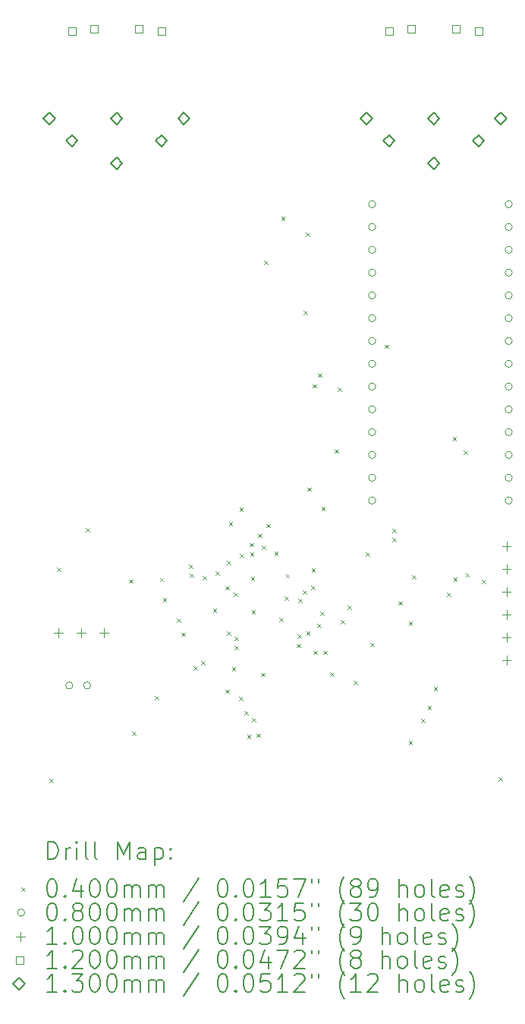
<source format=gbr>
%FSLAX45Y45*%
G04 Gerber Fmt 4.5, Leading zero omitted, Abs format (unit mm)*
G04 Created by KiCad (PCBNEW 6.0.2+dfsg-1) date 2025-05-07 10:44:56*
%MOMM*%
%LPD*%
G01*
G04 APERTURE LIST*
%ADD10C,0.200000*%
%ADD11C,0.040000*%
%ADD12C,0.080000*%
%ADD13C,0.100000*%
%ADD14C,0.120000*%
%ADD15C,0.130000*%
G04 APERTURE END LIST*
D10*
D11*
X12299760Y-13687670D02*
X12339760Y-13727670D01*
X12339760Y-13687670D02*
X12299760Y-13727670D01*
X12380680Y-11336530D02*
X12420680Y-11376530D01*
X12420680Y-11336530D02*
X12380680Y-11376530D01*
X12707400Y-10895490D02*
X12747400Y-10935490D01*
X12747400Y-10895490D02*
X12707400Y-10935490D01*
X13188330Y-11467100D02*
X13228330Y-11507100D01*
X13228330Y-11467100D02*
X13188330Y-11507100D01*
X13223490Y-13161400D02*
X13263490Y-13201400D01*
X13263490Y-13161400D02*
X13223490Y-13201400D01*
X13477040Y-12768120D02*
X13517040Y-12808120D01*
X13517040Y-12768120D02*
X13477040Y-12808120D01*
X13530210Y-11450090D02*
X13570210Y-11490090D01*
X13570210Y-11450090D02*
X13530210Y-11490090D01*
X13563780Y-11674360D02*
X13603780Y-11714360D01*
X13603780Y-11674360D02*
X13563780Y-11714360D01*
X13722890Y-11901140D02*
X13762890Y-11941140D01*
X13762890Y-11901140D02*
X13722890Y-11941140D01*
X13774460Y-12059980D02*
X13814460Y-12099980D01*
X13814460Y-12059980D02*
X13774460Y-12099980D01*
X13857770Y-11301950D02*
X13897770Y-11341950D01*
X13897770Y-11301950D02*
X13857770Y-11341950D01*
X13864160Y-11402150D02*
X13904160Y-11442150D01*
X13904160Y-11402150D02*
X13864160Y-11442150D01*
X13906850Y-12439190D02*
X13946850Y-12479190D01*
X13946850Y-12439190D02*
X13906850Y-12479190D01*
X13991690Y-12378730D02*
X14031690Y-12418730D01*
X14031690Y-12378730D02*
X13991690Y-12418730D01*
X14009550Y-11425720D02*
X14049550Y-11465720D01*
X14049550Y-11425720D02*
X14009550Y-11465720D01*
X14123890Y-11795200D02*
X14163890Y-11835200D01*
X14163890Y-11795200D02*
X14123890Y-11835200D01*
X14154940Y-11380470D02*
X14194940Y-11420470D01*
X14194940Y-11380470D02*
X14154940Y-11420470D01*
X14262400Y-11542530D02*
X14302400Y-11582530D01*
X14302400Y-11542530D02*
X14262400Y-11582530D01*
X14262550Y-12693730D02*
X14302550Y-12733730D01*
X14302550Y-12693730D02*
X14262550Y-12733730D01*
X14278520Y-11256540D02*
X14318520Y-11296540D01*
X14318520Y-11256540D02*
X14278520Y-11296540D01*
X14278850Y-12044540D02*
X14318850Y-12084540D01*
X14318850Y-12044540D02*
X14278850Y-12084540D01*
X14301070Y-10827660D02*
X14341070Y-10867660D01*
X14341070Y-10827660D02*
X14301070Y-10867660D01*
X14334260Y-12445150D02*
X14374260Y-12485150D01*
X14374260Y-12445150D02*
X14334260Y-12485150D01*
X14353700Y-11615490D02*
X14393700Y-11655490D01*
X14393700Y-11615490D02*
X14353700Y-11655490D01*
X14362000Y-12208660D02*
X14402000Y-12248660D01*
X14402000Y-12208660D02*
X14362000Y-12248660D01*
X14363490Y-12103310D02*
X14403490Y-12143310D01*
X14403490Y-12103310D02*
X14363490Y-12143310D01*
X14417120Y-12774990D02*
X14457120Y-12814990D01*
X14457120Y-12774990D02*
X14417120Y-12814990D01*
X14418830Y-10665110D02*
X14458830Y-10705110D01*
X14458830Y-10665110D02*
X14418830Y-10705110D01*
X14421180Y-11185290D02*
X14461180Y-11225290D01*
X14461180Y-11185290D02*
X14421180Y-11225290D01*
X14472620Y-12936070D02*
X14512620Y-12976070D01*
X14512620Y-12936070D02*
X14472620Y-12976070D01*
X14503930Y-13195250D02*
X14543930Y-13235250D01*
X14543930Y-13195250D02*
X14503930Y-13235250D01*
X14535400Y-11059690D02*
X14575400Y-11099690D01*
X14575400Y-11059690D02*
X14535400Y-11099690D01*
X14537450Y-11164480D02*
X14577450Y-11204480D01*
X14577450Y-11164480D02*
X14537450Y-11204480D01*
X14546110Y-11435770D02*
X14586110Y-11475770D01*
X14586110Y-11435770D02*
X14546110Y-11475770D01*
X14555020Y-11807200D02*
X14595020Y-11847200D01*
X14595020Y-11807200D02*
X14555020Y-11847200D01*
X14560590Y-13013390D02*
X14600590Y-13053390D01*
X14600590Y-13013390D02*
X14560590Y-13053390D01*
X14608250Y-13184790D02*
X14648250Y-13224790D01*
X14648250Y-13184790D02*
X14608250Y-13224790D01*
X14629180Y-10958010D02*
X14669180Y-10998010D01*
X14669180Y-10958010D02*
X14629180Y-10998010D01*
X14661760Y-12507990D02*
X14701760Y-12547990D01*
X14701760Y-12507990D02*
X14661760Y-12547990D01*
X14668580Y-11089980D02*
X14708580Y-11129980D01*
X14708580Y-11089980D02*
X14668580Y-11129980D01*
X14691660Y-7913410D02*
X14731660Y-7953410D01*
X14731660Y-7913410D02*
X14691660Y-7953410D01*
X14718310Y-10847850D02*
X14758310Y-10887850D01*
X14758310Y-10847850D02*
X14718310Y-10887850D01*
X14807800Y-11159640D02*
X14847800Y-11199640D01*
X14847800Y-11159640D02*
X14807800Y-11199640D01*
X14860670Y-11897010D02*
X14900670Y-11937010D01*
X14900670Y-11897010D02*
X14860670Y-11937010D01*
X14884420Y-7426920D02*
X14924420Y-7466920D01*
X14924420Y-7426920D02*
X14884420Y-7466920D01*
X14920100Y-11659120D02*
X14960100Y-11699120D01*
X14960100Y-11659120D02*
X14920100Y-11699120D01*
X14934820Y-11407950D02*
X14974820Y-11447950D01*
X14974820Y-11407950D02*
X14934820Y-11447950D01*
X15060790Y-12186210D02*
X15100790Y-12226210D01*
X15100790Y-12186210D02*
X15060790Y-12226210D01*
X15064240Y-12082230D02*
X15104240Y-12122230D01*
X15104240Y-12082230D02*
X15064240Y-12122230D01*
X15073830Y-11683980D02*
X15113830Y-11723980D01*
X15113830Y-11683980D02*
X15073830Y-11723980D01*
X15128220Y-11591880D02*
X15168220Y-11631880D01*
X15168220Y-11591880D02*
X15128220Y-11631880D01*
X15134780Y-8471100D02*
X15174780Y-8511100D01*
X15174780Y-8471100D02*
X15134780Y-8511100D01*
X15159370Y-7601460D02*
X15199370Y-7641460D01*
X15199370Y-7601460D02*
X15159370Y-7641460D01*
X15165330Y-12044420D02*
X15205330Y-12084420D01*
X15205330Y-12044420D02*
X15165330Y-12084420D01*
X15175080Y-10441700D02*
X15215080Y-10481700D01*
X15215080Y-10441700D02*
X15175080Y-10481700D01*
X15217800Y-11539750D02*
X15257800Y-11579750D01*
X15257800Y-11539750D02*
X15217800Y-11579750D01*
X15223540Y-11344670D02*
X15263540Y-11384670D01*
X15263540Y-11344670D02*
X15223540Y-11384670D01*
X15237420Y-9290670D02*
X15277420Y-9330670D01*
X15277420Y-9290670D02*
X15237420Y-9330670D01*
X15246540Y-12262650D02*
X15286540Y-12302650D01*
X15286540Y-12262650D02*
X15246540Y-12302650D01*
X15286330Y-11959370D02*
X15326330Y-11999370D01*
X15326330Y-11959370D02*
X15286330Y-11999370D01*
X15295610Y-9171750D02*
X15335610Y-9211750D01*
X15335610Y-9171750D02*
X15295610Y-9211750D01*
X15318420Y-11826050D02*
X15358420Y-11866050D01*
X15358420Y-11826050D02*
X15318420Y-11866050D01*
X15333700Y-10660670D02*
X15373700Y-10700670D01*
X15373700Y-10660670D02*
X15333700Y-10700670D01*
X15355240Y-12262770D02*
X15395240Y-12302770D01*
X15395240Y-12262770D02*
X15355240Y-12302770D01*
X15432760Y-12506800D02*
X15472760Y-12546800D01*
X15472760Y-12506800D02*
X15432760Y-12546800D01*
X15482710Y-10019540D02*
X15522710Y-10059540D01*
X15522710Y-10019540D02*
X15482710Y-10059540D01*
X15516500Y-9329780D02*
X15556500Y-9369780D01*
X15556500Y-9329780D02*
X15516500Y-9369780D01*
X15552140Y-11920350D02*
X15592140Y-11960350D01*
X15592140Y-11920350D02*
X15552140Y-11960350D01*
X15623840Y-11756020D02*
X15663840Y-11796020D01*
X15663840Y-11756020D02*
X15623840Y-11796020D01*
X15693970Y-12600190D02*
X15733970Y-12640190D01*
X15733970Y-12600190D02*
X15693970Y-12640190D01*
X15829870Y-11165720D02*
X15869870Y-11205720D01*
X15869870Y-11165720D02*
X15829870Y-11205720D01*
X15880400Y-12171940D02*
X15920400Y-12211940D01*
X15920400Y-12171940D02*
X15880400Y-12211940D01*
X16040100Y-8851210D02*
X16080100Y-8891210D01*
X16080100Y-8851210D02*
X16040100Y-8891210D01*
X16123210Y-11007790D02*
X16163210Y-11047790D01*
X16163210Y-11007790D02*
X16123210Y-11047790D01*
X16127120Y-10905980D02*
X16167120Y-10945980D01*
X16167120Y-10905980D02*
X16127120Y-10945980D01*
X16191500Y-11712610D02*
X16231500Y-11752610D01*
X16231500Y-11712610D02*
X16191500Y-11752610D01*
X16307510Y-13266100D02*
X16347510Y-13306100D01*
X16347510Y-13266100D02*
X16307510Y-13306100D01*
X16307610Y-11934090D02*
X16347610Y-11974090D01*
X16347610Y-11934090D02*
X16307610Y-11974090D01*
X16347550Y-11422540D02*
X16387550Y-11462540D01*
X16387550Y-11422540D02*
X16347550Y-11462540D01*
X16445300Y-13021060D02*
X16485300Y-13061060D01*
X16485300Y-13021060D02*
X16445300Y-13061060D01*
X16518380Y-12874240D02*
X16558380Y-12914240D01*
X16558380Y-12874240D02*
X16518380Y-12914240D01*
X16586000Y-12665950D02*
X16626000Y-12705950D01*
X16626000Y-12665950D02*
X16586000Y-12705950D01*
X16733290Y-11612000D02*
X16773290Y-11652000D01*
X16773290Y-11612000D02*
X16733290Y-11652000D01*
X16797240Y-9880940D02*
X16837240Y-9920940D01*
X16837240Y-9880940D02*
X16797240Y-9920940D01*
X16805900Y-11444000D02*
X16845900Y-11484000D01*
X16845900Y-11444000D02*
X16805900Y-11484000D01*
X16923240Y-10034270D02*
X16963240Y-10074270D01*
X16963240Y-10034270D02*
X16923240Y-10074270D01*
X16942780Y-11399140D02*
X16982780Y-11439140D01*
X16982780Y-11399140D02*
X16942780Y-11439140D01*
X17125650Y-11473700D02*
X17165650Y-11513700D01*
X17165650Y-11473700D02*
X17125650Y-11513700D01*
X17313360Y-13671200D02*
X17353360Y-13711200D01*
X17353360Y-13671200D02*
X17313360Y-13711200D01*
D12*
X12559310Y-12649200D02*
G75*
G03*
X12559310Y-12649200I-40000J0D01*
G01*
X12759310Y-12649200D02*
G75*
G03*
X12759310Y-12649200I-40000J0D01*
G01*
X15939900Y-7285460D02*
G75*
G03*
X15939900Y-7285460I-40000J0D01*
G01*
X15939900Y-7539460D02*
G75*
G03*
X15939900Y-7539460I-40000J0D01*
G01*
X15939900Y-7793460D02*
G75*
G03*
X15939900Y-7793460I-40000J0D01*
G01*
X15939900Y-8047460D02*
G75*
G03*
X15939900Y-8047460I-40000J0D01*
G01*
X15939900Y-8301460D02*
G75*
G03*
X15939900Y-8301460I-40000J0D01*
G01*
X15939900Y-8555460D02*
G75*
G03*
X15939900Y-8555460I-40000J0D01*
G01*
X15939900Y-8809460D02*
G75*
G03*
X15939900Y-8809460I-40000J0D01*
G01*
X15939900Y-9063460D02*
G75*
G03*
X15939900Y-9063460I-40000J0D01*
G01*
X15939900Y-9317460D02*
G75*
G03*
X15939900Y-9317460I-40000J0D01*
G01*
X15939900Y-9571460D02*
G75*
G03*
X15939900Y-9571460I-40000J0D01*
G01*
X15939900Y-9825460D02*
G75*
G03*
X15939900Y-9825460I-40000J0D01*
G01*
X15939900Y-10079460D02*
G75*
G03*
X15939900Y-10079460I-40000J0D01*
G01*
X15939900Y-10333460D02*
G75*
G03*
X15939900Y-10333460I-40000J0D01*
G01*
X15939900Y-10587460D02*
G75*
G03*
X15939900Y-10587460I-40000J0D01*
G01*
X17463900Y-7285460D02*
G75*
G03*
X17463900Y-7285460I-40000J0D01*
G01*
X17463900Y-7539460D02*
G75*
G03*
X17463900Y-7539460I-40000J0D01*
G01*
X17463900Y-7793460D02*
G75*
G03*
X17463900Y-7793460I-40000J0D01*
G01*
X17463900Y-8047460D02*
G75*
G03*
X17463900Y-8047460I-40000J0D01*
G01*
X17463900Y-8301460D02*
G75*
G03*
X17463900Y-8301460I-40000J0D01*
G01*
X17463900Y-8555460D02*
G75*
G03*
X17463900Y-8555460I-40000J0D01*
G01*
X17463900Y-8809460D02*
G75*
G03*
X17463900Y-8809460I-40000J0D01*
G01*
X17463900Y-9063460D02*
G75*
G03*
X17463900Y-9063460I-40000J0D01*
G01*
X17463900Y-9317460D02*
G75*
G03*
X17463900Y-9317460I-40000J0D01*
G01*
X17463900Y-9571460D02*
G75*
G03*
X17463900Y-9571460I-40000J0D01*
G01*
X17463900Y-9825460D02*
G75*
G03*
X17463900Y-9825460I-40000J0D01*
G01*
X17463900Y-10079460D02*
G75*
G03*
X17463900Y-10079460I-40000J0D01*
G01*
X17463900Y-10333460D02*
G75*
G03*
X17463900Y-10333460I-40000J0D01*
G01*
X17463900Y-10587460D02*
G75*
G03*
X17463900Y-10587460I-40000J0D01*
G01*
D13*
X12396700Y-12015000D02*
X12396700Y-12115000D01*
X12346700Y-12065000D02*
X12446700Y-12065000D01*
X12650700Y-12015000D02*
X12650700Y-12115000D01*
X12600700Y-12065000D02*
X12700700Y-12065000D01*
X12904700Y-12015000D02*
X12904700Y-12115000D01*
X12854700Y-12065000D02*
X12954700Y-12065000D01*
X17399000Y-11049800D02*
X17399000Y-11149800D01*
X17349000Y-11099800D02*
X17449000Y-11099800D01*
X17399000Y-11303800D02*
X17399000Y-11403800D01*
X17349000Y-11353800D02*
X17449000Y-11353800D01*
X17399000Y-11557800D02*
X17399000Y-11657800D01*
X17349000Y-11607800D02*
X17449000Y-11607800D01*
X17399000Y-11811800D02*
X17399000Y-11911800D01*
X17349000Y-11861800D02*
X17449000Y-11861800D01*
X17399000Y-12065800D02*
X17399000Y-12165800D01*
X17349000Y-12115800D02*
X17449000Y-12115800D01*
X17399000Y-12319800D02*
X17399000Y-12419800D01*
X17349000Y-12369800D02*
X17449000Y-12369800D01*
D14*
X12590027Y-5401827D02*
X12590027Y-5316973D01*
X12505173Y-5316973D01*
X12505173Y-5401827D01*
X12590027Y-5401827D01*
X12840027Y-5371827D02*
X12840027Y-5286973D01*
X12755173Y-5286973D01*
X12755173Y-5371827D01*
X12840027Y-5371827D01*
X13340027Y-5371827D02*
X13340027Y-5286973D01*
X13255173Y-5286973D01*
X13255173Y-5371827D01*
X13340027Y-5371827D01*
X13590027Y-5401827D02*
X13590027Y-5316973D01*
X13505173Y-5316973D01*
X13505173Y-5401827D01*
X13590027Y-5401827D01*
X16128627Y-5401827D02*
X16128627Y-5316973D01*
X16043773Y-5316973D01*
X16043773Y-5401827D01*
X16128627Y-5401827D01*
X16378627Y-5371827D02*
X16378627Y-5286973D01*
X16293773Y-5286973D01*
X16293773Y-5371827D01*
X16378627Y-5371827D01*
X16878627Y-5371827D02*
X16878627Y-5286973D01*
X16793773Y-5286973D01*
X16793773Y-5371827D01*
X16878627Y-5371827D01*
X17128627Y-5401827D02*
X17128627Y-5316973D01*
X17043773Y-5316973D01*
X17043773Y-5401827D01*
X17128627Y-5401827D01*
D15*
X12297600Y-6394400D02*
X12362600Y-6329400D01*
X12297600Y-6264400D01*
X12232600Y-6329400D01*
X12297600Y-6394400D01*
X12547600Y-6644400D02*
X12612600Y-6579400D01*
X12547600Y-6514400D01*
X12482600Y-6579400D01*
X12547600Y-6644400D01*
X13047600Y-6394400D02*
X13112600Y-6329400D01*
X13047600Y-6264400D01*
X12982600Y-6329400D01*
X13047600Y-6394400D01*
X13047600Y-6894400D02*
X13112600Y-6829400D01*
X13047600Y-6764400D01*
X12982600Y-6829400D01*
X13047600Y-6894400D01*
X13547600Y-6644400D02*
X13612600Y-6579400D01*
X13547600Y-6514400D01*
X13482600Y-6579400D01*
X13547600Y-6644400D01*
X13797600Y-6394400D02*
X13862600Y-6329400D01*
X13797600Y-6264400D01*
X13732600Y-6329400D01*
X13797600Y-6394400D01*
X15836200Y-6394400D02*
X15901200Y-6329400D01*
X15836200Y-6264400D01*
X15771200Y-6329400D01*
X15836200Y-6394400D01*
X16086200Y-6644400D02*
X16151200Y-6579400D01*
X16086200Y-6514400D01*
X16021200Y-6579400D01*
X16086200Y-6644400D01*
X16586200Y-6394400D02*
X16651200Y-6329400D01*
X16586200Y-6264400D01*
X16521200Y-6329400D01*
X16586200Y-6394400D01*
X16586200Y-6894400D02*
X16651200Y-6829400D01*
X16586200Y-6764400D01*
X16521200Y-6829400D01*
X16586200Y-6894400D01*
X17086200Y-6644400D02*
X17151200Y-6579400D01*
X17086200Y-6514400D01*
X17021200Y-6579400D01*
X17086200Y-6644400D01*
X17336200Y-6394400D02*
X17401200Y-6329400D01*
X17336200Y-6264400D01*
X17271200Y-6329400D01*
X17336200Y-6394400D01*
D10*
X12280429Y-14588936D02*
X12280429Y-14388936D01*
X12328048Y-14388936D01*
X12356619Y-14398460D01*
X12375667Y-14417508D01*
X12385191Y-14436555D01*
X12394715Y-14474650D01*
X12394715Y-14503222D01*
X12385191Y-14541317D01*
X12375667Y-14560365D01*
X12356619Y-14579412D01*
X12328048Y-14588936D01*
X12280429Y-14588936D01*
X12480429Y-14588936D02*
X12480429Y-14455603D01*
X12480429Y-14493698D02*
X12489953Y-14474650D01*
X12499477Y-14465127D01*
X12518524Y-14455603D01*
X12537572Y-14455603D01*
X12604238Y-14588936D02*
X12604238Y-14455603D01*
X12604238Y-14388936D02*
X12594715Y-14398460D01*
X12604238Y-14407984D01*
X12613762Y-14398460D01*
X12604238Y-14388936D01*
X12604238Y-14407984D01*
X12728048Y-14588936D02*
X12709000Y-14579412D01*
X12699477Y-14560365D01*
X12699477Y-14388936D01*
X12832810Y-14588936D02*
X12813762Y-14579412D01*
X12804238Y-14560365D01*
X12804238Y-14388936D01*
X13061381Y-14588936D02*
X13061381Y-14388936D01*
X13128048Y-14531793D01*
X13194715Y-14388936D01*
X13194715Y-14588936D01*
X13375667Y-14588936D02*
X13375667Y-14484174D01*
X13366143Y-14465127D01*
X13347096Y-14455603D01*
X13309000Y-14455603D01*
X13289953Y-14465127D01*
X13375667Y-14579412D02*
X13356619Y-14588936D01*
X13309000Y-14588936D01*
X13289953Y-14579412D01*
X13280429Y-14560365D01*
X13280429Y-14541317D01*
X13289953Y-14522269D01*
X13309000Y-14512746D01*
X13356619Y-14512746D01*
X13375667Y-14503222D01*
X13470905Y-14455603D02*
X13470905Y-14655603D01*
X13470905Y-14465127D02*
X13489953Y-14455603D01*
X13528048Y-14455603D01*
X13547096Y-14465127D01*
X13556619Y-14474650D01*
X13566143Y-14493698D01*
X13566143Y-14550841D01*
X13556619Y-14569888D01*
X13547096Y-14579412D01*
X13528048Y-14588936D01*
X13489953Y-14588936D01*
X13470905Y-14579412D01*
X13651858Y-14569888D02*
X13661381Y-14579412D01*
X13651858Y-14588936D01*
X13642334Y-14579412D01*
X13651858Y-14569888D01*
X13651858Y-14588936D01*
X13651858Y-14465127D02*
X13661381Y-14474650D01*
X13651858Y-14484174D01*
X13642334Y-14474650D01*
X13651858Y-14465127D01*
X13651858Y-14484174D01*
D11*
X11982810Y-14898460D02*
X12022810Y-14938460D01*
X12022810Y-14898460D02*
X11982810Y-14938460D01*
D10*
X12318524Y-14808936D02*
X12337572Y-14808936D01*
X12356619Y-14818460D01*
X12366143Y-14827984D01*
X12375667Y-14847031D01*
X12385191Y-14885127D01*
X12385191Y-14932746D01*
X12375667Y-14970841D01*
X12366143Y-14989888D01*
X12356619Y-14999412D01*
X12337572Y-15008936D01*
X12318524Y-15008936D01*
X12299477Y-14999412D01*
X12289953Y-14989888D01*
X12280429Y-14970841D01*
X12270905Y-14932746D01*
X12270905Y-14885127D01*
X12280429Y-14847031D01*
X12289953Y-14827984D01*
X12299477Y-14818460D01*
X12318524Y-14808936D01*
X12470905Y-14989888D02*
X12480429Y-14999412D01*
X12470905Y-15008936D01*
X12461381Y-14999412D01*
X12470905Y-14989888D01*
X12470905Y-15008936D01*
X12651858Y-14875603D02*
X12651858Y-15008936D01*
X12604238Y-14799412D02*
X12556619Y-14942269D01*
X12680429Y-14942269D01*
X12794715Y-14808936D02*
X12813762Y-14808936D01*
X12832810Y-14818460D01*
X12842334Y-14827984D01*
X12851858Y-14847031D01*
X12861381Y-14885127D01*
X12861381Y-14932746D01*
X12851858Y-14970841D01*
X12842334Y-14989888D01*
X12832810Y-14999412D01*
X12813762Y-15008936D01*
X12794715Y-15008936D01*
X12775667Y-14999412D01*
X12766143Y-14989888D01*
X12756619Y-14970841D01*
X12747096Y-14932746D01*
X12747096Y-14885127D01*
X12756619Y-14847031D01*
X12766143Y-14827984D01*
X12775667Y-14818460D01*
X12794715Y-14808936D01*
X12985191Y-14808936D02*
X13004238Y-14808936D01*
X13023286Y-14818460D01*
X13032810Y-14827984D01*
X13042334Y-14847031D01*
X13051858Y-14885127D01*
X13051858Y-14932746D01*
X13042334Y-14970841D01*
X13032810Y-14989888D01*
X13023286Y-14999412D01*
X13004238Y-15008936D01*
X12985191Y-15008936D01*
X12966143Y-14999412D01*
X12956619Y-14989888D01*
X12947096Y-14970841D01*
X12937572Y-14932746D01*
X12937572Y-14885127D01*
X12947096Y-14847031D01*
X12956619Y-14827984D01*
X12966143Y-14818460D01*
X12985191Y-14808936D01*
X13137572Y-15008936D02*
X13137572Y-14875603D01*
X13137572Y-14894650D02*
X13147096Y-14885127D01*
X13166143Y-14875603D01*
X13194715Y-14875603D01*
X13213762Y-14885127D01*
X13223286Y-14904174D01*
X13223286Y-15008936D01*
X13223286Y-14904174D02*
X13232810Y-14885127D01*
X13251858Y-14875603D01*
X13280429Y-14875603D01*
X13299477Y-14885127D01*
X13309000Y-14904174D01*
X13309000Y-15008936D01*
X13404238Y-15008936D02*
X13404238Y-14875603D01*
X13404238Y-14894650D02*
X13413762Y-14885127D01*
X13432810Y-14875603D01*
X13461381Y-14875603D01*
X13480429Y-14885127D01*
X13489953Y-14904174D01*
X13489953Y-15008936D01*
X13489953Y-14904174D02*
X13499477Y-14885127D01*
X13518524Y-14875603D01*
X13547096Y-14875603D01*
X13566143Y-14885127D01*
X13575667Y-14904174D01*
X13575667Y-15008936D01*
X13966143Y-14799412D02*
X13794715Y-15056555D01*
X14223286Y-14808936D02*
X14242334Y-14808936D01*
X14261381Y-14818460D01*
X14270905Y-14827984D01*
X14280429Y-14847031D01*
X14289953Y-14885127D01*
X14289953Y-14932746D01*
X14280429Y-14970841D01*
X14270905Y-14989888D01*
X14261381Y-14999412D01*
X14242334Y-15008936D01*
X14223286Y-15008936D01*
X14204238Y-14999412D01*
X14194715Y-14989888D01*
X14185191Y-14970841D01*
X14175667Y-14932746D01*
X14175667Y-14885127D01*
X14185191Y-14847031D01*
X14194715Y-14827984D01*
X14204238Y-14818460D01*
X14223286Y-14808936D01*
X14375667Y-14989888D02*
X14385191Y-14999412D01*
X14375667Y-15008936D01*
X14366143Y-14999412D01*
X14375667Y-14989888D01*
X14375667Y-15008936D01*
X14509000Y-14808936D02*
X14528048Y-14808936D01*
X14547096Y-14818460D01*
X14556619Y-14827984D01*
X14566143Y-14847031D01*
X14575667Y-14885127D01*
X14575667Y-14932746D01*
X14566143Y-14970841D01*
X14556619Y-14989888D01*
X14547096Y-14999412D01*
X14528048Y-15008936D01*
X14509000Y-15008936D01*
X14489953Y-14999412D01*
X14480429Y-14989888D01*
X14470905Y-14970841D01*
X14461381Y-14932746D01*
X14461381Y-14885127D01*
X14470905Y-14847031D01*
X14480429Y-14827984D01*
X14489953Y-14818460D01*
X14509000Y-14808936D01*
X14766143Y-15008936D02*
X14651858Y-15008936D01*
X14709000Y-15008936D02*
X14709000Y-14808936D01*
X14689953Y-14837508D01*
X14670905Y-14856555D01*
X14651858Y-14866079D01*
X14947096Y-14808936D02*
X14851858Y-14808936D01*
X14842334Y-14904174D01*
X14851858Y-14894650D01*
X14870905Y-14885127D01*
X14918524Y-14885127D01*
X14937572Y-14894650D01*
X14947096Y-14904174D01*
X14956619Y-14923222D01*
X14956619Y-14970841D01*
X14947096Y-14989888D01*
X14937572Y-14999412D01*
X14918524Y-15008936D01*
X14870905Y-15008936D01*
X14851858Y-14999412D01*
X14842334Y-14989888D01*
X15023286Y-14808936D02*
X15156619Y-14808936D01*
X15070905Y-15008936D01*
X15223286Y-14808936D02*
X15223286Y-14847031D01*
X15299477Y-14808936D02*
X15299477Y-14847031D01*
X15594715Y-15085127D02*
X15585191Y-15075603D01*
X15566143Y-15047031D01*
X15556619Y-15027984D01*
X15547096Y-14999412D01*
X15537572Y-14951793D01*
X15537572Y-14913698D01*
X15547096Y-14866079D01*
X15556619Y-14837508D01*
X15566143Y-14818460D01*
X15585191Y-14789888D01*
X15594715Y-14780365D01*
X15699477Y-14894650D02*
X15680429Y-14885127D01*
X15670905Y-14875603D01*
X15661381Y-14856555D01*
X15661381Y-14847031D01*
X15670905Y-14827984D01*
X15680429Y-14818460D01*
X15699477Y-14808936D01*
X15737572Y-14808936D01*
X15756619Y-14818460D01*
X15766143Y-14827984D01*
X15775667Y-14847031D01*
X15775667Y-14856555D01*
X15766143Y-14875603D01*
X15756619Y-14885127D01*
X15737572Y-14894650D01*
X15699477Y-14894650D01*
X15680429Y-14904174D01*
X15670905Y-14913698D01*
X15661381Y-14932746D01*
X15661381Y-14970841D01*
X15670905Y-14989888D01*
X15680429Y-14999412D01*
X15699477Y-15008936D01*
X15737572Y-15008936D01*
X15756619Y-14999412D01*
X15766143Y-14989888D01*
X15775667Y-14970841D01*
X15775667Y-14932746D01*
X15766143Y-14913698D01*
X15756619Y-14904174D01*
X15737572Y-14894650D01*
X15870905Y-15008936D02*
X15909000Y-15008936D01*
X15928048Y-14999412D01*
X15937572Y-14989888D01*
X15956619Y-14961317D01*
X15966143Y-14923222D01*
X15966143Y-14847031D01*
X15956619Y-14827984D01*
X15947096Y-14818460D01*
X15928048Y-14808936D01*
X15889953Y-14808936D01*
X15870905Y-14818460D01*
X15861381Y-14827984D01*
X15851858Y-14847031D01*
X15851858Y-14894650D01*
X15861381Y-14913698D01*
X15870905Y-14923222D01*
X15889953Y-14932746D01*
X15928048Y-14932746D01*
X15947096Y-14923222D01*
X15956619Y-14913698D01*
X15966143Y-14894650D01*
X16204238Y-15008936D02*
X16204238Y-14808936D01*
X16289953Y-15008936D02*
X16289953Y-14904174D01*
X16280429Y-14885127D01*
X16261381Y-14875603D01*
X16232810Y-14875603D01*
X16213762Y-14885127D01*
X16204238Y-14894650D01*
X16413762Y-15008936D02*
X16394715Y-14999412D01*
X16385191Y-14989888D01*
X16375667Y-14970841D01*
X16375667Y-14913698D01*
X16385191Y-14894650D01*
X16394715Y-14885127D01*
X16413762Y-14875603D01*
X16442334Y-14875603D01*
X16461381Y-14885127D01*
X16470905Y-14894650D01*
X16480429Y-14913698D01*
X16480429Y-14970841D01*
X16470905Y-14989888D01*
X16461381Y-14999412D01*
X16442334Y-15008936D01*
X16413762Y-15008936D01*
X16594715Y-15008936D02*
X16575667Y-14999412D01*
X16566143Y-14980365D01*
X16566143Y-14808936D01*
X16747096Y-14999412D02*
X16728048Y-15008936D01*
X16689953Y-15008936D01*
X16670905Y-14999412D01*
X16661381Y-14980365D01*
X16661381Y-14904174D01*
X16670905Y-14885127D01*
X16689953Y-14875603D01*
X16728048Y-14875603D01*
X16747096Y-14885127D01*
X16756619Y-14904174D01*
X16756619Y-14923222D01*
X16661381Y-14942269D01*
X16832810Y-14999412D02*
X16851858Y-15008936D01*
X16889953Y-15008936D01*
X16909000Y-14999412D01*
X16918524Y-14980365D01*
X16918524Y-14970841D01*
X16909000Y-14951793D01*
X16889953Y-14942269D01*
X16861381Y-14942269D01*
X16842334Y-14932746D01*
X16832810Y-14913698D01*
X16832810Y-14904174D01*
X16842334Y-14885127D01*
X16861381Y-14875603D01*
X16889953Y-14875603D01*
X16909000Y-14885127D01*
X16985191Y-15085127D02*
X16994715Y-15075603D01*
X17013762Y-15047031D01*
X17023286Y-15027984D01*
X17032810Y-14999412D01*
X17042334Y-14951793D01*
X17042334Y-14913698D01*
X17032810Y-14866079D01*
X17023286Y-14837508D01*
X17013762Y-14818460D01*
X16994715Y-14789888D01*
X16985191Y-14780365D01*
D12*
X12022810Y-15182460D02*
G75*
G03*
X12022810Y-15182460I-40000J0D01*
G01*
D10*
X12318524Y-15072936D02*
X12337572Y-15072936D01*
X12356619Y-15082460D01*
X12366143Y-15091984D01*
X12375667Y-15111031D01*
X12385191Y-15149127D01*
X12385191Y-15196746D01*
X12375667Y-15234841D01*
X12366143Y-15253888D01*
X12356619Y-15263412D01*
X12337572Y-15272936D01*
X12318524Y-15272936D01*
X12299477Y-15263412D01*
X12289953Y-15253888D01*
X12280429Y-15234841D01*
X12270905Y-15196746D01*
X12270905Y-15149127D01*
X12280429Y-15111031D01*
X12289953Y-15091984D01*
X12299477Y-15082460D01*
X12318524Y-15072936D01*
X12470905Y-15253888D02*
X12480429Y-15263412D01*
X12470905Y-15272936D01*
X12461381Y-15263412D01*
X12470905Y-15253888D01*
X12470905Y-15272936D01*
X12594715Y-15158650D02*
X12575667Y-15149127D01*
X12566143Y-15139603D01*
X12556619Y-15120555D01*
X12556619Y-15111031D01*
X12566143Y-15091984D01*
X12575667Y-15082460D01*
X12594715Y-15072936D01*
X12632810Y-15072936D01*
X12651858Y-15082460D01*
X12661381Y-15091984D01*
X12670905Y-15111031D01*
X12670905Y-15120555D01*
X12661381Y-15139603D01*
X12651858Y-15149127D01*
X12632810Y-15158650D01*
X12594715Y-15158650D01*
X12575667Y-15168174D01*
X12566143Y-15177698D01*
X12556619Y-15196746D01*
X12556619Y-15234841D01*
X12566143Y-15253888D01*
X12575667Y-15263412D01*
X12594715Y-15272936D01*
X12632810Y-15272936D01*
X12651858Y-15263412D01*
X12661381Y-15253888D01*
X12670905Y-15234841D01*
X12670905Y-15196746D01*
X12661381Y-15177698D01*
X12651858Y-15168174D01*
X12632810Y-15158650D01*
X12794715Y-15072936D02*
X12813762Y-15072936D01*
X12832810Y-15082460D01*
X12842334Y-15091984D01*
X12851858Y-15111031D01*
X12861381Y-15149127D01*
X12861381Y-15196746D01*
X12851858Y-15234841D01*
X12842334Y-15253888D01*
X12832810Y-15263412D01*
X12813762Y-15272936D01*
X12794715Y-15272936D01*
X12775667Y-15263412D01*
X12766143Y-15253888D01*
X12756619Y-15234841D01*
X12747096Y-15196746D01*
X12747096Y-15149127D01*
X12756619Y-15111031D01*
X12766143Y-15091984D01*
X12775667Y-15082460D01*
X12794715Y-15072936D01*
X12985191Y-15072936D02*
X13004238Y-15072936D01*
X13023286Y-15082460D01*
X13032810Y-15091984D01*
X13042334Y-15111031D01*
X13051858Y-15149127D01*
X13051858Y-15196746D01*
X13042334Y-15234841D01*
X13032810Y-15253888D01*
X13023286Y-15263412D01*
X13004238Y-15272936D01*
X12985191Y-15272936D01*
X12966143Y-15263412D01*
X12956619Y-15253888D01*
X12947096Y-15234841D01*
X12937572Y-15196746D01*
X12937572Y-15149127D01*
X12947096Y-15111031D01*
X12956619Y-15091984D01*
X12966143Y-15082460D01*
X12985191Y-15072936D01*
X13137572Y-15272936D02*
X13137572Y-15139603D01*
X13137572Y-15158650D02*
X13147096Y-15149127D01*
X13166143Y-15139603D01*
X13194715Y-15139603D01*
X13213762Y-15149127D01*
X13223286Y-15168174D01*
X13223286Y-15272936D01*
X13223286Y-15168174D02*
X13232810Y-15149127D01*
X13251858Y-15139603D01*
X13280429Y-15139603D01*
X13299477Y-15149127D01*
X13309000Y-15168174D01*
X13309000Y-15272936D01*
X13404238Y-15272936D02*
X13404238Y-15139603D01*
X13404238Y-15158650D02*
X13413762Y-15149127D01*
X13432810Y-15139603D01*
X13461381Y-15139603D01*
X13480429Y-15149127D01*
X13489953Y-15168174D01*
X13489953Y-15272936D01*
X13489953Y-15168174D02*
X13499477Y-15149127D01*
X13518524Y-15139603D01*
X13547096Y-15139603D01*
X13566143Y-15149127D01*
X13575667Y-15168174D01*
X13575667Y-15272936D01*
X13966143Y-15063412D02*
X13794715Y-15320555D01*
X14223286Y-15072936D02*
X14242334Y-15072936D01*
X14261381Y-15082460D01*
X14270905Y-15091984D01*
X14280429Y-15111031D01*
X14289953Y-15149127D01*
X14289953Y-15196746D01*
X14280429Y-15234841D01*
X14270905Y-15253888D01*
X14261381Y-15263412D01*
X14242334Y-15272936D01*
X14223286Y-15272936D01*
X14204238Y-15263412D01*
X14194715Y-15253888D01*
X14185191Y-15234841D01*
X14175667Y-15196746D01*
X14175667Y-15149127D01*
X14185191Y-15111031D01*
X14194715Y-15091984D01*
X14204238Y-15082460D01*
X14223286Y-15072936D01*
X14375667Y-15253888D02*
X14385191Y-15263412D01*
X14375667Y-15272936D01*
X14366143Y-15263412D01*
X14375667Y-15253888D01*
X14375667Y-15272936D01*
X14509000Y-15072936D02*
X14528048Y-15072936D01*
X14547096Y-15082460D01*
X14556619Y-15091984D01*
X14566143Y-15111031D01*
X14575667Y-15149127D01*
X14575667Y-15196746D01*
X14566143Y-15234841D01*
X14556619Y-15253888D01*
X14547096Y-15263412D01*
X14528048Y-15272936D01*
X14509000Y-15272936D01*
X14489953Y-15263412D01*
X14480429Y-15253888D01*
X14470905Y-15234841D01*
X14461381Y-15196746D01*
X14461381Y-15149127D01*
X14470905Y-15111031D01*
X14480429Y-15091984D01*
X14489953Y-15082460D01*
X14509000Y-15072936D01*
X14642334Y-15072936D02*
X14766143Y-15072936D01*
X14699477Y-15149127D01*
X14728048Y-15149127D01*
X14747096Y-15158650D01*
X14756619Y-15168174D01*
X14766143Y-15187222D01*
X14766143Y-15234841D01*
X14756619Y-15253888D01*
X14747096Y-15263412D01*
X14728048Y-15272936D01*
X14670905Y-15272936D01*
X14651858Y-15263412D01*
X14642334Y-15253888D01*
X14956619Y-15272936D02*
X14842334Y-15272936D01*
X14899477Y-15272936D02*
X14899477Y-15072936D01*
X14880429Y-15101508D01*
X14861381Y-15120555D01*
X14842334Y-15130079D01*
X15137572Y-15072936D02*
X15042334Y-15072936D01*
X15032810Y-15168174D01*
X15042334Y-15158650D01*
X15061381Y-15149127D01*
X15109000Y-15149127D01*
X15128048Y-15158650D01*
X15137572Y-15168174D01*
X15147096Y-15187222D01*
X15147096Y-15234841D01*
X15137572Y-15253888D01*
X15128048Y-15263412D01*
X15109000Y-15272936D01*
X15061381Y-15272936D01*
X15042334Y-15263412D01*
X15032810Y-15253888D01*
X15223286Y-15072936D02*
X15223286Y-15111031D01*
X15299477Y-15072936D02*
X15299477Y-15111031D01*
X15594715Y-15349127D02*
X15585191Y-15339603D01*
X15566143Y-15311031D01*
X15556619Y-15291984D01*
X15547096Y-15263412D01*
X15537572Y-15215793D01*
X15537572Y-15177698D01*
X15547096Y-15130079D01*
X15556619Y-15101508D01*
X15566143Y-15082460D01*
X15585191Y-15053888D01*
X15594715Y-15044365D01*
X15651858Y-15072936D02*
X15775667Y-15072936D01*
X15709000Y-15149127D01*
X15737572Y-15149127D01*
X15756619Y-15158650D01*
X15766143Y-15168174D01*
X15775667Y-15187222D01*
X15775667Y-15234841D01*
X15766143Y-15253888D01*
X15756619Y-15263412D01*
X15737572Y-15272936D01*
X15680429Y-15272936D01*
X15661381Y-15263412D01*
X15651858Y-15253888D01*
X15899477Y-15072936D02*
X15918524Y-15072936D01*
X15937572Y-15082460D01*
X15947096Y-15091984D01*
X15956619Y-15111031D01*
X15966143Y-15149127D01*
X15966143Y-15196746D01*
X15956619Y-15234841D01*
X15947096Y-15253888D01*
X15937572Y-15263412D01*
X15918524Y-15272936D01*
X15899477Y-15272936D01*
X15880429Y-15263412D01*
X15870905Y-15253888D01*
X15861381Y-15234841D01*
X15851858Y-15196746D01*
X15851858Y-15149127D01*
X15861381Y-15111031D01*
X15870905Y-15091984D01*
X15880429Y-15082460D01*
X15899477Y-15072936D01*
X16204238Y-15272936D02*
X16204238Y-15072936D01*
X16289953Y-15272936D02*
X16289953Y-15168174D01*
X16280429Y-15149127D01*
X16261381Y-15139603D01*
X16232810Y-15139603D01*
X16213762Y-15149127D01*
X16204238Y-15158650D01*
X16413762Y-15272936D02*
X16394715Y-15263412D01*
X16385191Y-15253888D01*
X16375667Y-15234841D01*
X16375667Y-15177698D01*
X16385191Y-15158650D01*
X16394715Y-15149127D01*
X16413762Y-15139603D01*
X16442334Y-15139603D01*
X16461381Y-15149127D01*
X16470905Y-15158650D01*
X16480429Y-15177698D01*
X16480429Y-15234841D01*
X16470905Y-15253888D01*
X16461381Y-15263412D01*
X16442334Y-15272936D01*
X16413762Y-15272936D01*
X16594715Y-15272936D02*
X16575667Y-15263412D01*
X16566143Y-15244365D01*
X16566143Y-15072936D01*
X16747096Y-15263412D02*
X16728048Y-15272936D01*
X16689953Y-15272936D01*
X16670905Y-15263412D01*
X16661381Y-15244365D01*
X16661381Y-15168174D01*
X16670905Y-15149127D01*
X16689953Y-15139603D01*
X16728048Y-15139603D01*
X16747096Y-15149127D01*
X16756619Y-15168174D01*
X16756619Y-15187222D01*
X16661381Y-15206269D01*
X16832810Y-15263412D02*
X16851858Y-15272936D01*
X16889953Y-15272936D01*
X16909000Y-15263412D01*
X16918524Y-15244365D01*
X16918524Y-15234841D01*
X16909000Y-15215793D01*
X16889953Y-15206269D01*
X16861381Y-15206269D01*
X16842334Y-15196746D01*
X16832810Y-15177698D01*
X16832810Y-15168174D01*
X16842334Y-15149127D01*
X16861381Y-15139603D01*
X16889953Y-15139603D01*
X16909000Y-15149127D01*
X16985191Y-15349127D02*
X16994715Y-15339603D01*
X17013762Y-15311031D01*
X17023286Y-15291984D01*
X17032810Y-15263412D01*
X17042334Y-15215793D01*
X17042334Y-15177698D01*
X17032810Y-15130079D01*
X17023286Y-15101508D01*
X17013762Y-15082460D01*
X16994715Y-15053888D01*
X16985191Y-15044365D01*
D13*
X11972810Y-15396460D02*
X11972810Y-15496460D01*
X11922810Y-15446460D02*
X12022810Y-15446460D01*
D10*
X12385191Y-15536936D02*
X12270905Y-15536936D01*
X12328048Y-15536936D02*
X12328048Y-15336936D01*
X12309000Y-15365508D01*
X12289953Y-15384555D01*
X12270905Y-15394079D01*
X12470905Y-15517888D02*
X12480429Y-15527412D01*
X12470905Y-15536936D01*
X12461381Y-15527412D01*
X12470905Y-15517888D01*
X12470905Y-15536936D01*
X12604238Y-15336936D02*
X12623286Y-15336936D01*
X12642334Y-15346460D01*
X12651858Y-15355984D01*
X12661381Y-15375031D01*
X12670905Y-15413127D01*
X12670905Y-15460746D01*
X12661381Y-15498841D01*
X12651858Y-15517888D01*
X12642334Y-15527412D01*
X12623286Y-15536936D01*
X12604238Y-15536936D01*
X12585191Y-15527412D01*
X12575667Y-15517888D01*
X12566143Y-15498841D01*
X12556619Y-15460746D01*
X12556619Y-15413127D01*
X12566143Y-15375031D01*
X12575667Y-15355984D01*
X12585191Y-15346460D01*
X12604238Y-15336936D01*
X12794715Y-15336936D02*
X12813762Y-15336936D01*
X12832810Y-15346460D01*
X12842334Y-15355984D01*
X12851858Y-15375031D01*
X12861381Y-15413127D01*
X12861381Y-15460746D01*
X12851858Y-15498841D01*
X12842334Y-15517888D01*
X12832810Y-15527412D01*
X12813762Y-15536936D01*
X12794715Y-15536936D01*
X12775667Y-15527412D01*
X12766143Y-15517888D01*
X12756619Y-15498841D01*
X12747096Y-15460746D01*
X12747096Y-15413127D01*
X12756619Y-15375031D01*
X12766143Y-15355984D01*
X12775667Y-15346460D01*
X12794715Y-15336936D01*
X12985191Y-15336936D02*
X13004238Y-15336936D01*
X13023286Y-15346460D01*
X13032810Y-15355984D01*
X13042334Y-15375031D01*
X13051858Y-15413127D01*
X13051858Y-15460746D01*
X13042334Y-15498841D01*
X13032810Y-15517888D01*
X13023286Y-15527412D01*
X13004238Y-15536936D01*
X12985191Y-15536936D01*
X12966143Y-15527412D01*
X12956619Y-15517888D01*
X12947096Y-15498841D01*
X12937572Y-15460746D01*
X12937572Y-15413127D01*
X12947096Y-15375031D01*
X12956619Y-15355984D01*
X12966143Y-15346460D01*
X12985191Y-15336936D01*
X13137572Y-15536936D02*
X13137572Y-15403603D01*
X13137572Y-15422650D02*
X13147096Y-15413127D01*
X13166143Y-15403603D01*
X13194715Y-15403603D01*
X13213762Y-15413127D01*
X13223286Y-15432174D01*
X13223286Y-15536936D01*
X13223286Y-15432174D02*
X13232810Y-15413127D01*
X13251858Y-15403603D01*
X13280429Y-15403603D01*
X13299477Y-15413127D01*
X13309000Y-15432174D01*
X13309000Y-15536936D01*
X13404238Y-15536936D02*
X13404238Y-15403603D01*
X13404238Y-15422650D02*
X13413762Y-15413127D01*
X13432810Y-15403603D01*
X13461381Y-15403603D01*
X13480429Y-15413127D01*
X13489953Y-15432174D01*
X13489953Y-15536936D01*
X13489953Y-15432174D02*
X13499477Y-15413127D01*
X13518524Y-15403603D01*
X13547096Y-15403603D01*
X13566143Y-15413127D01*
X13575667Y-15432174D01*
X13575667Y-15536936D01*
X13966143Y-15327412D02*
X13794715Y-15584555D01*
X14223286Y-15336936D02*
X14242334Y-15336936D01*
X14261381Y-15346460D01*
X14270905Y-15355984D01*
X14280429Y-15375031D01*
X14289953Y-15413127D01*
X14289953Y-15460746D01*
X14280429Y-15498841D01*
X14270905Y-15517888D01*
X14261381Y-15527412D01*
X14242334Y-15536936D01*
X14223286Y-15536936D01*
X14204238Y-15527412D01*
X14194715Y-15517888D01*
X14185191Y-15498841D01*
X14175667Y-15460746D01*
X14175667Y-15413127D01*
X14185191Y-15375031D01*
X14194715Y-15355984D01*
X14204238Y-15346460D01*
X14223286Y-15336936D01*
X14375667Y-15517888D02*
X14385191Y-15527412D01*
X14375667Y-15536936D01*
X14366143Y-15527412D01*
X14375667Y-15517888D01*
X14375667Y-15536936D01*
X14509000Y-15336936D02*
X14528048Y-15336936D01*
X14547096Y-15346460D01*
X14556619Y-15355984D01*
X14566143Y-15375031D01*
X14575667Y-15413127D01*
X14575667Y-15460746D01*
X14566143Y-15498841D01*
X14556619Y-15517888D01*
X14547096Y-15527412D01*
X14528048Y-15536936D01*
X14509000Y-15536936D01*
X14489953Y-15527412D01*
X14480429Y-15517888D01*
X14470905Y-15498841D01*
X14461381Y-15460746D01*
X14461381Y-15413127D01*
X14470905Y-15375031D01*
X14480429Y-15355984D01*
X14489953Y-15346460D01*
X14509000Y-15336936D01*
X14642334Y-15336936D02*
X14766143Y-15336936D01*
X14699477Y-15413127D01*
X14728048Y-15413127D01*
X14747096Y-15422650D01*
X14756619Y-15432174D01*
X14766143Y-15451222D01*
X14766143Y-15498841D01*
X14756619Y-15517888D01*
X14747096Y-15527412D01*
X14728048Y-15536936D01*
X14670905Y-15536936D01*
X14651858Y-15527412D01*
X14642334Y-15517888D01*
X14861381Y-15536936D02*
X14899477Y-15536936D01*
X14918524Y-15527412D01*
X14928048Y-15517888D01*
X14947096Y-15489317D01*
X14956619Y-15451222D01*
X14956619Y-15375031D01*
X14947096Y-15355984D01*
X14937572Y-15346460D01*
X14918524Y-15336936D01*
X14880429Y-15336936D01*
X14861381Y-15346460D01*
X14851858Y-15355984D01*
X14842334Y-15375031D01*
X14842334Y-15422650D01*
X14851858Y-15441698D01*
X14861381Y-15451222D01*
X14880429Y-15460746D01*
X14918524Y-15460746D01*
X14937572Y-15451222D01*
X14947096Y-15441698D01*
X14956619Y-15422650D01*
X15128048Y-15403603D02*
X15128048Y-15536936D01*
X15080429Y-15327412D02*
X15032810Y-15470269D01*
X15156619Y-15470269D01*
X15223286Y-15336936D02*
X15223286Y-15375031D01*
X15299477Y-15336936D02*
X15299477Y-15375031D01*
X15594715Y-15613127D02*
X15585191Y-15603603D01*
X15566143Y-15575031D01*
X15556619Y-15555984D01*
X15547096Y-15527412D01*
X15537572Y-15479793D01*
X15537572Y-15441698D01*
X15547096Y-15394079D01*
X15556619Y-15365508D01*
X15566143Y-15346460D01*
X15585191Y-15317888D01*
X15594715Y-15308365D01*
X15680429Y-15536936D02*
X15718524Y-15536936D01*
X15737572Y-15527412D01*
X15747096Y-15517888D01*
X15766143Y-15489317D01*
X15775667Y-15451222D01*
X15775667Y-15375031D01*
X15766143Y-15355984D01*
X15756619Y-15346460D01*
X15737572Y-15336936D01*
X15699477Y-15336936D01*
X15680429Y-15346460D01*
X15670905Y-15355984D01*
X15661381Y-15375031D01*
X15661381Y-15422650D01*
X15670905Y-15441698D01*
X15680429Y-15451222D01*
X15699477Y-15460746D01*
X15737572Y-15460746D01*
X15756619Y-15451222D01*
X15766143Y-15441698D01*
X15775667Y-15422650D01*
X16013762Y-15536936D02*
X16013762Y-15336936D01*
X16099477Y-15536936D02*
X16099477Y-15432174D01*
X16089953Y-15413127D01*
X16070905Y-15403603D01*
X16042334Y-15403603D01*
X16023286Y-15413127D01*
X16013762Y-15422650D01*
X16223286Y-15536936D02*
X16204238Y-15527412D01*
X16194715Y-15517888D01*
X16185191Y-15498841D01*
X16185191Y-15441698D01*
X16194715Y-15422650D01*
X16204238Y-15413127D01*
X16223286Y-15403603D01*
X16251858Y-15403603D01*
X16270905Y-15413127D01*
X16280429Y-15422650D01*
X16289953Y-15441698D01*
X16289953Y-15498841D01*
X16280429Y-15517888D01*
X16270905Y-15527412D01*
X16251858Y-15536936D01*
X16223286Y-15536936D01*
X16404238Y-15536936D02*
X16385191Y-15527412D01*
X16375667Y-15508365D01*
X16375667Y-15336936D01*
X16556619Y-15527412D02*
X16537572Y-15536936D01*
X16499477Y-15536936D01*
X16480429Y-15527412D01*
X16470905Y-15508365D01*
X16470905Y-15432174D01*
X16480429Y-15413127D01*
X16499477Y-15403603D01*
X16537572Y-15403603D01*
X16556619Y-15413127D01*
X16566143Y-15432174D01*
X16566143Y-15451222D01*
X16470905Y-15470269D01*
X16642334Y-15527412D02*
X16661381Y-15536936D01*
X16699477Y-15536936D01*
X16718524Y-15527412D01*
X16728048Y-15508365D01*
X16728048Y-15498841D01*
X16718524Y-15479793D01*
X16699477Y-15470269D01*
X16670905Y-15470269D01*
X16651858Y-15460746D01*
X16642334Y-15441698D01*
X16642334Y-15432174D01*
X16651858Y-15413127D01*
X16670905Y-15403603D01*
X16699477Y-15403603D01*
X16718524Y-15413127D01*
X16794715Y-15613127D02*
X16804239Y-15603603D01*
X16823286Y-15575031D01*
X16832810Y-15555984D01*
X16842334Y-15527412D01*
X16851858Y-15479793D01*
X16851858Y-15441698D01*
X16842334Y-15394079D01*
X16832810Y-15365508D01*
X16823286Y-15346460D01*
X16804239Y-15317888D01*
X16794715Y-15308365D01*
D14*
X12005237Y-15752887D02*
X12005237Y-15668033D01*
X11920383Y-15668033D01*
X11920383Y-15752887D01*
X12005237Y-15752887D01*
D10*
X12385191Y-15800936D02*
X12270905Y-15800936D01*
X12328048Y-15800936D02*
X12328048Y-15600936D01*
X12309000Y-15629508D01*
X12289953Y-15648555D01*
X12270905Y-15658079D01*
X12470905Y-15781888D02*
X12480429Y-15791412D01*
X12470905Y-15800936D01*
X12461381Y-15791412D01*
X12470905Y-15781888D01*
X12470905Y-15800936D01*
X12556619Y-15619984D02*
X12566143Y-15610460D01*
X12585191Y-15600936D01*
X12632810Y-15600936D01*
X12651858Y-15610460D01*
X12661381Y-15619984D01*
X12670905Y-15639031D01*
X12670905Y-15658079D01*
X12661381Y-15686650D01*
X12547096Y-15800936D01*
X12670905Y-15800936D01*
X12794715Y-15600936D02*
X12813762Y-15600936D01*
X12832810Y-15610460D01*
X12842334Y-15619984D01*
X12851858Y-15639031D01*
X12861381Y-15677127D01*
X12861381Y-15724746D01*
X12851858Y-15762841D01*
X12842334Y-15781888D01*
X12832810Y-15791412D01*
X12813762Y-15800936D01*
X12794715Y-15800936D01*
X12775667Y-15791412D01*
X12766143Y-15781888D01*
X12756619Y-15762841D01*
X12747096Y-15724746D01*
X12747096Y-15677127D01*
X12756619Y-15639031D01*
X12766143Y-15619984D01*
X12775667Y-15610460D01*
X12794715Y-15600936D01*
X12985191Y-15600936D02*
X13004238Y-15600936D01*
X13023286Y-15610460D01*
X13032810Y-15619984D01*
X13042334Y-15639031D01*
X13051858Y-15677127D01*
X13051858Y-15724746D01*
X13042334Y-15762841D01*
X13032810Y-15781888D01*
X13023286Y-15791412D01*
X13004238Y-15800936D01*
X12985191Y-15800936D01*
X12966143Y-15791412D01*
X12956619Y-15781888D01*
X12947096Y-15762841D01*
X12937572Y-15724746D01*
X12937572Y-15677127D01*
X12947096Y-15639031D01*
X12956619Y-15619984D01*
X12966143Y-15610460D01*
X12985191Y-15600936D01*
X13137572Y-15800936D02*
X13137572Y-15667603D01*
X13137572Y-15686650D02*
X13147096Y-15677127D01*
X13166143Y-15667603D01*
X13194715Y-15667603D01*
X13213762Y-15677127D01*
X13223286Y-15696174D01*
X13223286Y-15800936D01*
X13223286Y-15696174D02*
X13232810Y-15677127D01*
X13251858Y-15667603D01*
X13280429Y-15667603D01*
X13299477Y-15677127D01*
X13309000Y-15696174D01*
X13309000Y-15800936D01*
X13404238Y-15800936D02*
X13404238Y-15667603D01*
X13404238Y-15686650D02*
X13413762Y-15677127D01*
X13432810Y-15667603D01*
X13461381Y-15667603D01*
X13480429Y-15677127D01*
X13489953Y-15696174D01*
X13489953Y-15800936D01*
X13489953Y-15696174D02*
X13499477Y-15677127D01*
X13518524Y-15667603D01*
X13547096Y-15667603D01*
X13566143Y-15677127D01*
X13575667Y-15696174D01*
X13575667Y-15800936D01*
X13966143Y-15591412D02*
X13794715Y-15848555D01*
X14223286Y-15600936D02*
X14242334Y-15600936D01*
X14261381Y-15610460D01*
X14270905Y-15619984D01*
X14280429Y-15639031D01*
X14289953Y-15677127D01*
X14289953Y-15724746D01*
X14280429Y-15762841D01*
X14270905Y-15781888D01*
X14261381Y-15791412D01*
X14242334Y-15800936D01*
X14223286Y-15800936D01*
X14204238Y-15791412D01*
X14194715Y-15781888D01*
X14185191Y-15762841D01*
X14175667Y-15724746D01*
X14175667Y-15677127D01*
X14185191Y-15639031D01*
X14194715Y-15619984D01*
X14204238Y-15610460D01*
X14223286Y-15600936D01*
X14375667Y-15781888D02*
X14385191Y-15791412D01*
X14375667Y-15800936D01*
X14366143Y-15791412D01*
X14375667Y-15781888D01*
X14375667Y-15800936D01*
X14509000Y-15600936D02*
X14528048Y-15600936D01*
X14547096Y-15610460D01*
X14556619Y-15619984D01*
X14566143Y-15639031D01*
X14575667Y-15677127D01*
X14575667Y-15724746D01*
X14566143Y-15762841D01*
X14556619Y-15781888D01*
X14547096Y-15791412D01*
X14528048Y-15800936D01*
X14509000Y-15800936D01*
X14489953Y-15791412D01*
X14480429Y-15781888D01*
X14470905Y-15762841D01*
X14461381Y-15724746D01*
X14461381Y-15677127D01*
X14470905Y-15639031D01*
X14480429Y-15619984D01*
X14489953Y-15610460D01*
X14509000Y-15600936D01*
X14747096Y-15667603D02*
X14747096Y-15800936D01*
X14699477Y-15591412D02*
X14651858Y-15734269D01*
X14775667Y-15734269D01*
X14832810Y-15600936D02*
X14966143Y-15600936D01*
X14880429Y-15800936D01*
X15032810Y-15619984D02*
X15042334Y-15610460D01*
X15061381Y-15600936D01*
X15109000Y-15600936D01*
X15128048Y-15610460D01*
X15137572Y-15619984D01*
X15147096Y-15639031D01*
X15147096Y-15658079D01*
X15137572Y-15686650D01*
X15023286Y-15800936D01*
X15147096Y-15800936D01*
X15223286Y-15600936D02*
X15223286Y-15639031D01*
X15299477Y-15600936D02*
X15299477Y-15639031D01*
X15594715Y-15877127D02*
X15585191Y-15867603D01*
X15566143Y-15839031D01*
X15556619Y-15819984D01*
X15547096Y-15791412D01*
X15537572Y-15743793D01*
X15537572Y-15705698D01*
X15547096Y-15658079D01*
X15556619Y-15629508D01*
X15566143Y-15610460D01*
X15585191Y-15581888D01*
X15594715Y-15572365D01*
X15699477Y-15686650D02*
X15680429Y-15677127D01*
X15670905Y-15667603D01*
X15661381Y-15648555D01*
X15661381Y-15639031D01*
X15670905Y-15619984D01*
X15680429Y-15610460D01*
X15699477Y-15600936D01*
X15737572Y-15600936D01*
X15756619Y-15610460D01*
X15766143Y-15619984D01*
X15775667Y-15639031D01*
X15775667Y-15648555D01*
X15766143Y-15667603D01*
X15756619Y-15677127D01*
X15737572Y-15686650D01*
X15699477Y-15686650D01*
X15680429Y-15696174D01*
X15670905Y-15705698D01*
X15661381Y-15724746D01*
X15661381Y-15762841D01*
X15670905Y-15781888D01*
X15680429Y-15791412D01*
X15699477Y-15800936D01*
X15737572Y-15800936D01*
X15756619Y-15791412D01*
X15766143Y-15781888D01*
X15775667Y-15762841D01*
X15775667Y-15724746D01*
X15766143Y-15705698D01*
X15756619Y-15696174D01*
X15737572Y-15686650D01*
X16013762Y-15800936D02*
X16013762Y-15600936D01*
X16099477Y-15800936D02*
X16099477Y-15696174D01*
X16089953Y-15677127D01*
X16070905Y-15667603D01*
X16042334Y-15667603D01*
X16023286Y-15677127D01*
X16013762Y-15686650D01*
X16223286Y-15800936D02*
X16204238Y-15791412D01*
X16194715Y-15781888D01*
X16185191Y-15762841D01*
X16185191Y-15705698D01*
X16194715Y-15686650D01*
X16204238Y-15677127D01*
X16223286Y-15667603D01*
X16251858Y-15667603D01*
X16270905Y-15677127D01*
X16280429Y-15686650D01*
X16289953Y-15705698D01*
X16289953Y-15762841D01*
X16280429Y-15781888D01*
X16270905Y-15791412D01*
X16251858Y-15800936D01*
X16223286Y-15800936D01*
X16404238Y-15800936D02*
X16385191Y-15791412D01*
X16375667Y-15772365D01*
X16375667Y-15600936D01*
X16556619Y-15791412D02*
X16537572Y-15800936D01*
X16499477Y-15800936D01*
X16480429Y-15791412D01*
X16470905Y-15772365D01*
X16470905Y-15696174D01*
X16480429Y-15677127D01*
X16499477Y-15667603D01*
X16537572Y-15667603D01*
X16556619Y-15677127D01*
X16566143Y-15696174D01*
X16566143Y-15715222D01*
X16470905Y-15734269D01*
X16642334Y-15791412D02*
X16661381Y-15800936D01*
X16699477Y-15800936D01*
X16718524Y-15791412D01*
X16728048Y-15772365D01*
X16728048Y-15762841D01*
X16718524Y-15743793D01*
X16699477Y-15734269D01*
X16670905Y-15734269D01*
X16651858Y-15724746D01*
X16642334Y-15705698D01*
X16642334Y-15696174D01*
X16651858Y-15677127D01*
X16670905Y-15667603D01*
X16699477Y-15667603D01*
X16718524Y-15677127D01*
X16794715Y-15877127D02*
X16804239Y-15867603D01*
X16823286Y-15839031D01*
X16832810Y-15819984D01*
X16842334Y-15791412D01*
X16851858Y-15743793D01*
X16851858Y-15705698D01*
X16842334Y-15658079D01*
X16832810Y-15629508D01*
X16823286Y-15610460D01*
X16804239Y-15581888D01*
X16794715Y-15572365D01*
D15*
X11957810Y-16039460D02*
X12022810Y-15974460D01*
X11957810Y-15909460D01*
X11892810Y-15974460D01*
X11957810Y-16039460D01*
D10*
X12385191Y-16064936D02*
X12270905Y-16064936D01*
X12328048Y-16064936D02*
X12328048Y-15864936D01*
X12309000Y-15893508D01*
X12289953Y-15912555D01*
X12270905Y-15922079D01*
X12470905Y-16045888D02*
X12480429Y-16055412D01*
X12470905Y-16064936D01*
X12461381Y-16055412D01*
X12470905Y-16045888D01*
X12470905Y-16064936D01*
X12547096Y-15864936D02*
X12670905Y-15864936D01*
X12604238Y-15941127D01*
X12632810Y-15941127D01*
X12651858Y-15950650D01*
X12661381Y-15960174D01*
X12670905Y-15979222D01*
X12670905Y-16026841D01*
X12661381Y-16045888D01*
X12651858Y-16055412D01*
X12632810Y-16064936D01*
X12575667Y-16064936D01*
X12556619Y-16055412D01*
X12547096Y-16045888D01*
X12794715Y-15864936D02*
X12813762Y-15864936D01*
X12832810Y-15874460D01*
X12842334Y-15883984D01*
X12851858Y-15903031D01*
X12861381Y-15941127D01*
X12861381Y-15988746D01*
X12851858Y-16026841D01*
X12842334Y-16045888D01*
X12832810Y-16055412D01*
X12813762Y-16064936D01*
X12794715Y-16064936D01*
X12775667Y-16055412D01*
X12766143Y-16045888D01*
X12756619Y-16026841D01*
X12747096Y-15988746D01*
X12747096Y-15941127D01*
X12756619Y-15903031D01*
X12766143Y-15883984D01*
X12775667Y-15874460D01*
X12794715Y-15864936D01*
X12985191Y-15864936D02*
X13004238Y-15864936D01*
X13023286Y-15874460D01*
X13032810Y-15883984D01*
X13042334Y-15903031D01*
X13051858Y-15941127D01*
X13051858Y-15988746D01*
X13042334Y-16026841D01*
X13032810Y-16045888D01*
X13023286Y-16055412D01*
X13004238Y-16064936D01*
X12985191Y-16064936D01*
X12966143Y-16055412D01*
X12956619Y-16045888D01*
X12947096Y-16026841D01*
X12937572Y-15988746D01*
X12937572Y-15941127D01*
X12947096Y-15903031D01*
X12956619Y-15883984D01*
X12966143Y-15874460D01*
X12985191Y-15864936D01*
X13137572Y-16064936D02*
X13137572Y-15931603D01*
X13137572Y-15950650D02*
X13147096Y-15941127D01*
X13166143Y-15931603D01*
X13194715Y-15931603D01*
X13213762Y-15941127D01*
X13223286Y-15960174D01*
X13223286Y-16064936D01*
X13223286Y-15960174D02*
X13232810Y-15941127D01*
X13251858Y-15931603D01*
X13280429Y-15931603D01*
X13299477Y-15941127D01*
X13309000Y-15960174D01*
X13309000Y-16064936D01*
X13404238Y-16064936D02*
X13404238Y-15931603D01*
X13404238Y-15950650D02*
X13413762Y-15941127D01*
X13432810Y-15931603D01*
X13461381Y-15931603D01*
X13480429Y-15941127D01*
X13489953Y-15960174D01*
X13489953Y-16064936D01*
X13489953Y-15960174D02*
X13499477Y-15941127D01*
X13518524Y-15931603D01*
X13547096Y-15931603D01*
X13566143Y-15941127D01*
X13575667Y-15960174D01*
X13575667Y-16064936D01*
X13966143Y-15855412D02*
X13794715Y-16112555D01*
X14223286Y-15864936D02*
X14242334Y-15864936D01*
X14261381Y-15874460D01*
X14270905Y-15883984D01*
X14280429Y-15903031D01*
X14289953Y-15941127D01*
X14289953Y-15988746D01*
X14280429Y-16026841D01*
X14270905Y-16045888D01*
X14261381Y-16055412D01*
X14242334Y-16064936D01*
X14223286Y-16064936D01*
X14204238Y-16055412D01*
X14194715Y-16045888D01*
X14185191Y-16026841D01*
X14175667Y-15988746D01*
X14175667Y-15941127D01*
X14185191Y-15903031D01*
X14194715Y-15883984D01*
X14204238Y-15874460D01*
X14223286Y-15864936D01*
X14375667Y-16045888D02*
X14385191Y-16055412D01*
X14375667Y-16064936D01*
X14366143Y-16055412D01*
X14375667Y-16045888D01*
X14375667Y-16064936D01*
X14509000Y-15864936D02*
X14528048Y-15864936D01*
X14547096Y-15874460D01*
X14556619Y-15883984D01*
X14566143Y-15903031D01*
X14575667Y-15941127D01*
X14575667Y-15988746D01*
X14566143Y-16026841D01*
X14556619Y-16045888D01*
X14547096Y-16055412D01*
X14528048Y-16064936D01*
X14509000Y-16064936D01*
X14489953Y-16055412D01*
X14480429Y-16045888D01*
X14470905Y-16026841D01*
X14461381Y-15988746D01*
X14461381Y-15941127D01*
X14470905Y-15903031D01*
X14480429Y-15883984D01*
X14489953Y-15874460D01*
X14509000Y-15864936D01*
X14756619Y-15864936D02*
X14661381Y-15864936D01*
X14651858Y-15960174D01*
X14661381Y-15950650D01*
X14680429Y-15941127D01*
X14728048Y-15941127D01*
X14747096Y-15950650D01*
X14756619Y-15960174D01*
X14766143Y-15979222D01*
X14766143Y-16026841D01*
X14756619Y-16045888D01*
X14747096Y-16055412D01*
X14728048Y-16064936D01*
X14680429Y-16064936D01*
X14661381Y-16055412D01*
X14651858Y-16045888D01*
X14956619Y-16064936D02*
X14842334Y-16064936D01*
X14899477Y-16064936D02*
X14899477Y-15864936D01*
X14880429Y-15893508D01*
X14861381Y-15912555D01*
X14842334Y-15922079D01*
X15032810Y-15883984D02*
X15042334Y-15874460D01*
X15061381Y-15864936D01*
X15109000Y-15864936D01*
X15128048Y-15874460D01*
X15137572Y-15883984D01*
X15147096Y-15903031D01*
X15147096Y-15922079D01*
X15137572Y-15950650D01*
X15023286Y-16064936D01*
X15147096Y-16064936D01*
X15223286Y-15864936D02*
X15223286Y-15903031D01*
X15299477Y-15864936D02*
X15299477Y-15903031D01*
X15594715Y-16141127D02*
X15585191Y-16131603D01*
X15566143Y-16103031D01*
X15556619Y-16083984D01*
X15547096Y-16055412D01*
X15537572Y-16007793D01*
X15537572Y-15969698D01*
X15547096Y-15922079D01*
X15556619Y-15893508D01*
X15566143Y-15874460D01*
X15585191Y-15845888D01*
X15594715Y-15836365D01*
X15775667Y-16064936D02*
X15661381Y-16064936D01*
X15718524Y-16064936D02*
X15718524Y-15864936D01*
X15699477Y-15893508D01*
X15680429Y-15912555D01*
X15661381Y-15922079D01*
X15851858Y-15883984D02*
X15861381Y-15874460D01*
X15880429Y-15864936D01*
X15928048Y-15864936D01*
X15947096Y-15874460D01*
X15956619Y-15883984D01*
X15966143Y-15903031D01*
X15966143Y-15922079D01*
X15956619Y-15950650D01*
X15842334Y-16064936D01*
X15966143Y-16064936D01*
X16204238Y-16064936D02*
X16204238Y-15864936D01*
X16289953Y-16064936D02*
X16289953Y-15960174D01*
X16280429Y-15941127D01*
X16261381Y-15931603D01*
X16232810Y-15931603D01*
X16213762Y-15941127D01*
X16204238Y-15950650D01*
X16413762Y-16064936D02*
X16394715Y-16055412D01*
X16385191Y-16045888D01*
X16375667Y-16026841D01*
X16375667Y-15969698D01*
X16385191Y-15950650D01*
X16394715Y-15941127D01*
X16413762Y-15931603D01*
X16442334Y-15931603D01*
X16461381Y-15941127D01*
X16470905Y-15950650D01*
X16480429Y-15969698D01*
X16480429Y-16026841D01*
X16470905Y-16045888D01*
X16461381Y-16055412D01*
X16442334Y-16064936D01*
X16413762Y-16064936D01*
X16594715Y-16064936D02*
X16575667Y-16055412D01*
X16566143Y-16036365D01*
X16566143Y-15864936D01*
X16747096Y-16055412D02*
X16728048Y-16064936D01*
X16689953Y-16064936D01*
X16670905Y-16055412D01*
X16661381Y-16036365D01*
X16661381Y-15960174D01*
X16670905Y-15941127D01*
X16689953Y-15931603D01*
X16728048Y-15931603D01*
X16747096Y-15941127D01*
X16756619Y-15960174D01*
X16756619Y-15979222D01*
X16661381Y-15998269D01*
X16832810Y-16055412D02*
X16851858Y-16064936D01*
X16889953Y-16064936D01*
X16909000Y-16055412D01*
X16918524Y-16036365D01*
X16918524Y-16026841D01*
X16909000Y-16007793D01*
X16889953Y-15998269D01*
X16861381Y-15998269D01*
X16842334Y-15988746D01*
X16832810Y-15969698D01*
X16832810Y-15960174D01*
X16842334Y-15941127D01*
X16861381Y-15931603D01*
X16889953Y-15931603D01*
X16909000Y-15941127D01*
X16985191Y-16141127D02*
X16994715Y-16131603D01*
X17013762Y-16103031D01*
X17023286Y-16083984D01*
X17032810Y-16055412D01*
X17042334Y-16007793D01*
X17042334Y-15969698D01*
X17032810Y-15922079D01*
X17023286Y-15893508D01*
X17013762Y-15874460D01*
X16994715Y-15845888D01*
X16985191Y-15836365D01*
M02*

</source>
